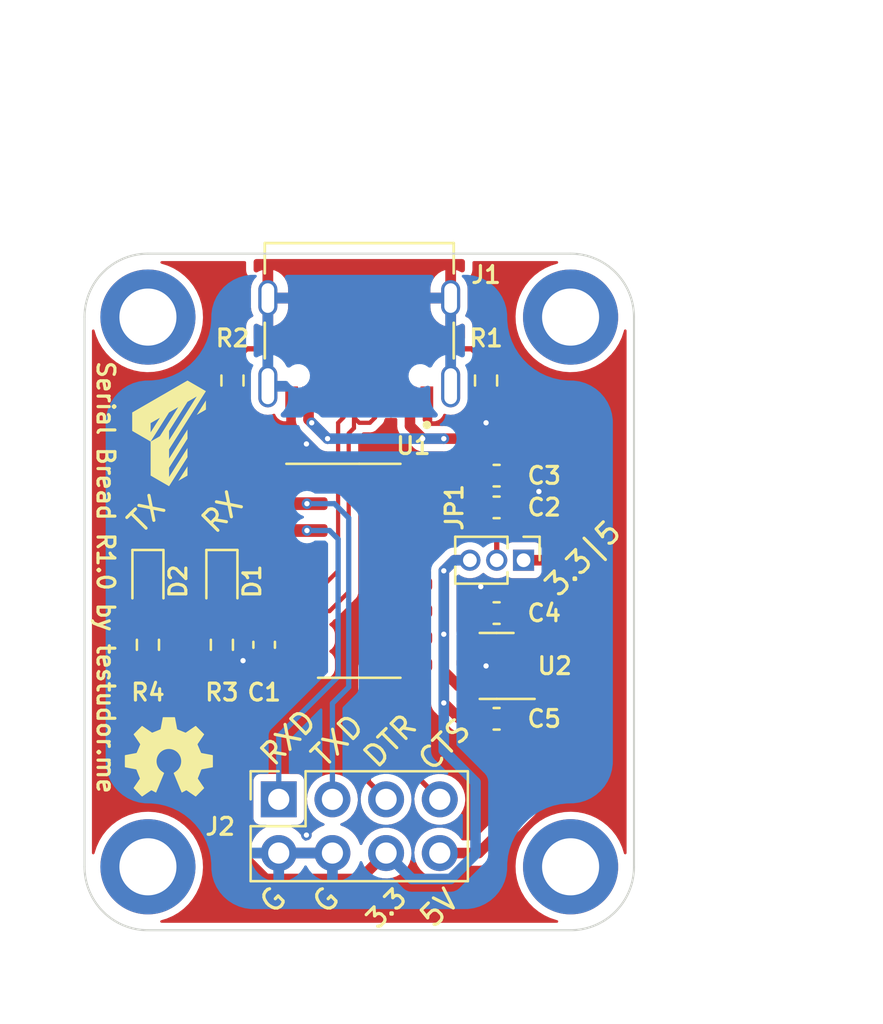
<source format=kicad_pcb>
(kicad_pcb (version 20211014) (generator pcbnew)
  (layers (0 "F.Cu" signal) (31 "B.Cu" signal) (34 "B.Paste" user) (35 "F.Paste" user) (36 "B.SilkS" user "B.Silkscreen") (37 "F.SilkS" user "F.Silkscreen") (38 "B.Mask" user) (39 "F.Mask" user) (44 "Edge.Cuts" user))
  (net 0 "")
  (net 1 "GND")
  (net 2 "+3.3V")
  (net 3 "+5V")
  (net 4 "/CTS")
  (net 5 "/DTR")
  (net 6 "/RXD")
  (net 7 "/TXD")
  (net 17 "/CC1")
  (net 18 "/CC2")
  (net 19 "/D+")
  (net 20 "/D-")
  (net 21 "VCC")
  (net 22 "Net-(C1-Pad2)")
  (net 23 "/SHLD")
  (net 25 "Net-(D1-Pad2)")
  (net 26 "Net-(D2-Pad2)")
  (footprint "MountingHole:MountingHole_2.7mm_M2.5_ISO14580_Pad_TopBottom" (layer "F.Cu") (at 150 79)
    (fp_text reference "H1" hide)
    (fp_text value "MountingHole")
    (pad "1" connect circle locked (at 0 0) (size 4.5 4.5) (layers "F.Cu" "F.Mask"))
    (pad "1" connect circle locked (at 0 0) (size 4.5 4.5) (layers "B.Cu" "B.Mask"))
    (pad "1" thru_hole circle locked (at 0 0) (size 3.1 3.1) (drill 2.7) (layers *.Cu *.Mask))
  )
  (footprint "Package_TO_SOT_SMD:SOT-23-5" (layer "F.Cu") (at 166.5 95.5 180)
    (fp_text reference "U2" (at -2.75 0) (layer "F.SilkS") (effects (font (size 0.8 0.8))))
    (fp_text value "AP2112K-3.3")
    (pad "1" smd roundrect locked (at -1.1375 -0.95 180) (size 1.325 0.6) (layers "F.Cu" "F.Paste" "F.Mask") (net 3 "+5V"))
    (pad "2" smd roundrect locked (at -1.1375 0 180) (size 1.325 0.6) (layers "F.Cu" "F.Paste" "F.Mask") (net 1 "GND"))
    (pad "3" smd roundrect locked (at -1.1375 0.95 180) (size 1.325 0.6) (layers "F.Cu" "F.Paste" "F.Mask") (net 3 "+5V"))
    (pad "4" smd roundrect locked (at 1.1375 0.95 180) (size 1.325 0.6) (layers "F.Cu" "F.Paste" "F.Mask"))
    (pad "5" smd roundrect locked (at 1.1375 -0.95 180) (size 1.325 0.6) (layers "F.Cu" "F.Paste" "F.Mask") (net 2 "+3.3V"))
  )
  (footprint "Connector_PinHeader_1.27mm:PinHeader_1x03_P1.27mm_Vertical" (layer "F.Cu") (at 167.775 90.5 -90)
    (fp_text reference "JP1" (at -2.5 3.275 90) (layer "F.SilkS") (effects (font (size 0.8 0.8))))
    (fp_text value "Jumper_3_Open")
    (pad "1" thru_hole rect locked (at 0 0 270) (size 1 1) (drill 0.65) (layers *.Cu *.Mask) (net 3 "+5V"))
    (pad "2" thru_hole oval locked (at 0 1.27 270) (size 1 1) (drill 0.65) (layers *.Cu *.Mask) (net 21 "VCC"))
    (pad "3" thru_hole oval locked (at 0 2.54 270) (size 1 1) (drill 0.65) (layers *.Cu *.Mask) (net 2 "+3.3V"))
  )
  (footprint "Custom_Symbols:Testudor-Logo_5mm_SilkScreen" (layer "F.Cu") (at 151 84.5)
    (fp_text reference "REF**" hide)
    (fp_text value "Testudor-Logo_5mm_SilkScreen" hide)
  )
  (footprint "Capacitor_SMD:C_0603_1608Metric" (layer "F.Cu") (at 155.5 94.5 90)
    (fp_text reference "C1" (at -2.25 0 180) (layer "F.SilkS") (effects (font (size 0.8 0.8))))
    (fp_text value "0.1u")
    (pad "1" smd roundrect locked (at -0.775 0 90) (size 0.9 0.95) (layers "F.Cu" "F.Paste" "F.Mask") (net 1 "GND"))
    (pad "2" smd roundrect locked (at 0.775 0 90) (size 0.9 0.95) (layers "F.Cu" "F.Paste" "F.Mask") (net 22 "Net-(C1-Pad2)"))
  )
  (footprint "Resistor_SMD:R_0603_1608Metric" (layer "F.Cu") (at 154 82 -90)
    (fp_text reference "R2" (at -2 0 180) (layer "F.SilkS") (effects (font (size 0.8 0.8))))
    (fp_text value "5.1k")
    (pad "1" smd roundrect locked (at -0.825 0 270) (size 0.8 0.95) (layers "F.Cu" "F.Paste" "F.Mask") (net 18 "/CC2"))
    (pad "2" smd roundrect locked (at 0.825 0 270) (size 0.8 0.95) (layers "F.Cu" "F.Paste" "F.Mask") (net 1 "GND"))
  )
  (footprint "Resistor_SMD:R_0603_1608Metric" (layer "F.Cu") (at 153.5 94.5 90)
    (fp_text reference "R3" (at -2.25 0 180) (layer "F.SilkS") (effects (font (size 0.8 0.8))))
    (fp_text value "1k")
    (pad "1" smd roundrect locked (at -0.825 0 90) (size 0.8 0.95) (layers "F.Cu" "F.Paste" "F.Mask") (net 2 "+3.3V"))
    (pad "2" smd roundrect locked (at 0.825 0 90) (size 0.8 0.95) (layers "F.Cu" "F.Paste" "F.Mask") (net 25 "Net-(D1-Pad2)"))
  )
  (footprint "Connector_PinSocket_2.54mm:PinSocket_2x04_P2.54mm_Vertical" (layer "F.Cu") (at 156.19 101.81 90)
    (fp_text reference "J2" (at -1.29 -2.77 180) (layer "F.SilkS") (effects (font (size 0.8 0.8))))
    (fp_text value "Conn_02x04_Top_Bottom")
    (pad "1" thru_hole rect locked (at 0 0 90) (size 1.7 1.7) (drill 1) (layers *.Cu *.Mask) (net 6 "/RXD"))
    (pad "2" thru_hole oval locked (at -2.54 0 90) (size 1.7 1.7) (drill 1) (layers *.Cu *.Mask) (net 1 "GND"))
    (pad "3" thru_hole oval locked (at 0 2.54 90) (size 1.7 1.7) (drill 1) (layers *.Cu *.Mask) (net 7 "/TXD"))
    (pad "4" thru_hole oval locked (at -2.54 2.54 90) (size 1.7 1.7) (drill 1) (layers *.Cu *.Mask) (net 1 "GND"))
    (pad "5" thru_hole oval locked (at 0 5.08 90) (size 1.7 1.7) (drill 1) (layers *.Cu *.Mask) (net 5 "/DTR"))
    (pad "6" thru_hole oval locked (at -2.54 5.08 90) (size 1.7 1.7) (drill 1) (layers *.Cu *.Mask) (net 2 "+3.3V"))
    (pad "7" thru_hole oval locked (at 0 7.62 90) (size 1.7 1.7) (drill 1) (layers *.Cu *.Mask) (net 4 "/CTS"))
    (pad "8" thru_hole oval locked (at -2.54 7.62 90) (size 1.7 1.7) (drill 1) (layers *.Cu *.Mask) (net 3 "+5V"))
  )
  (footprint "MountingHole:MountingHole_2.7mm_M2.5_ISO14580_Pad_TopBottom" (layer "F.Cu") (at 150 105)
    (fp_text reference "H3" hide)
    (fp_text value "MountingHole")
    (pad "1" thru_hole circle locked (at 0 0) (size 3.1 3.1) (drill 2.7) (layers *.Cu *.Mask))
    (pad "1" connect circle locked (at 0 0) (size 4.5 4.5) (layers "F.Cu" "F.Mask"))
    (pad "1" connect circle locked (at 0 0) (size 4.5 4.5) (layers "B.Cu" "B.Mask"))
  )
  (footprint "LED_SMD:LED_0603_1608Metric" (layer "F.Cu") (at 150 91.5 -90)
    (fp_text reference "D2" (at 0 -1.43 -90) (layer "F.SilkS") (effects (font (size 0.8 0.8))))
    (fp_text value "LED YELLOW")
    (pad "1" smd roundrect locked (at -0.7875 0 270) (size 0.875 0.95) (layers "F.Cu" "F.Paste" "F.Mask") (net 7 "/TXD"))
    (pad "2" smd roundrect locked (at 0.7875 0 270) (size 0.875 0.95) (layers "F.Cu" "F.Paste" "F.Mask") (net 26 "Net-(D2-Pad2)"))
  )
  (footprint "Capacitor_SMD:C_0603_1608Metric" (layer "F.Cu") (at 166.5 88 180)
    (fp_text reference "C2" (at -2.25 0) (layer "F.SilkS") (effects (font (size 0.8 0.8))))
    (fp_text value "0.1u")
    (pad "1" smd roundrect locked (at -0.775 0 180) (size 0.9 0.95) (layers "F.Cu" "F.Paste" "F.Mask") (net 1 "GND"))
    (pad "2" smd roundrect locked (at 0.775 0 180) (size 0.9 0.95) (layers "F.Cu" "F.Paste" "F.Mask") (net 21 "VCC"))
  )
  (footprint "MountingHole:MountingHole_2.7mm_M2.5_ISO14580_Pad_TopBottom" (layer "F.Cu") (at 170 79)
    (fp_text reference "H4" hide)
    (fp_text value "MountingHole")
    (pad "1" connect circle locked (at 0 0) (size 4.5 4.5) (layers "B.Cu" "B.Mask"))
    (pad "1" thru_hole circle locked (at 0 0) (size 3.1 3.1) (drill 2.7) (layers *.Cu *.Mask))
    (pad "1" connect circle locked (at 0 0) (size 4.5 4.5) (layers "F.Cu" "F.Mask"))
  )
  (footprint "Resistor_SMD:R_0603_1608Metric" (layer "F.Cu") (at 150 94.5 90)
    (fp_text reference "R4" (at -2.25 0 180) (layer "F.SilkS") (effects (font (size 0.8 0.8))))
    (fp_text value "1k")
    (pad "1" smd roundrect locked (at -0.825 0 90) (size 0.8 0.95) (layers "F.Cu" "F.Paste" "F.Mask") (net 2 "+3.3V"))
    (pad "2" smd roundrect locked (at 0.825 0 90) (size 0.8 0.95) (layers "F.Cu" "F.Paste" "F.Mask") (net 26 "Net-(D2-Pad2)"))
  )
  (footprint "Resistor_SMD:R_0603_1608Metric" (layer "F.Cu") (at 166 82 -90)
    (fp_text reference "R1" (at -2 0 180) (layer "F.SilkS") (effects (font (size 0.8 0.8))))
    (fp_text value "5.1k")
    (pad "1" smd roundrect locked (at -0.825 0 270) (size 0.8 0.95) (layers "F.Cu" "F.Paste" "F.Mask") (net 17 "/CC1"))
    (pad "2" smd roundrect locked (at 0.825 0 270) (size 0.8 0.95) (layers "F.Cu" "F.Paste" "F.Mask") (net 1 "GND"))
  )
  (footprint "Package_SO:SOIC-16_3.9x9.9mm_P1.27mm" (layer "F.Cu") (at 160 91)
    (fp_text reference "U1" (at 2.56 -5.91) (layer "F.SilkS") (effects (font (size 0.8 0.8))))
    (fp_text value "CH340C")
    (pad "1" smd roundrect locked (at -2.475 -4.445) (size 1.95 0.6) (layers "F.Cu" "F.Paste" "F.Mask") (net 1 "GND"))
    (pad "2" smd roundrect locked (at -2.475 -3.175) (size 1.95 0.6) (layers "F.Cu" "F.Paste" "F.Mask") (net 7 "/TXD"))
    (pad "3" smd roundrect locked (at -2.475 -1.905) (size 1.95 0.6) (layers "F.Cu" "F.Paste" "F.Mask") (net 6 "/RXD"))
    (pad "4" smd roundrect locked (at -2.475 -0.635) (size 1.95 0.6) (layers "F.Cu" "F.Paste" "F.Mask") (net 22 "Net-(C1-Pad2)"))
    (pad "5" smd roundrect locked (at -2.475 0.635) (size 1.95 0.6) (layers "F.Cu" "F.Paste" "F.Mask") (net 19 "/D+"))
    (pad "6" smd roundrect locked (at -2.475 1.905) (size 1.95 0.6) (layers "F.Cu" "F.Paste" "F.Mask") (net 20 "/D-"))
    (pad "7" smd roundrect locked (at -2.475 3.175) (size 1.95 0.6) (layers "F.Cu" "F.Paste" "F.Mask"))
    (pad "8" smd roundrect locked (at -2.475 4.445) (size 1.95 0.6) (layers "F.Cu" "F.Paste" "F.Mask"))
    (pad "9" smd roundrect locked (at 2.475 4.445) (size 1.95 0.6) (layers "F.Cu" "F.Paste" "F.Mask") (net 4 "/CTS"))
    (pad "10" smd roundrect locked (at 2.475 3.175) (size 1.95 0.6) (layers "F.Cu" "F.Paste" "F.Mask"))
    (pad "11" smd roundrect locked (at 2.475 1.905) (size 1.95 0.6) (layers "F.Cu" "F.Paste" "F.Mask"))
    (pad "12" smd roundrect locked (at 2.475 0.635) (size 1.95 0.6) (layers "F.Cu" "F.Paste" "F.Mask"))
    (pad "13" smd roundrect locked (at 2.475 -0.635) (size 1.95 0.6) (layers "F.Cu" "F.Paste" "F.Mask") (net 5 "/DTR"))
    (pad "14" smd roundrect locked (at 2.475 -1.905) (size 1.95 0.6) (layers "F.Cu" "F.Paste" "F.Mask"))
    (pad "15" smd roundrect locked (at 2.475 -3.175) (size 1.95 0.6) (layers "F.Cu" "F.Paste" "F.Mask"))
    (pad "16" smd roundrect locked (at 2.475 -4.445) (size 1.95 0.6) (layers "F.Cu" "F.Paste" "F.Mask") (net 21 "VCC"))
  )
  (footprint "Custom_Symbols:OSHW-Symbol_5mm_SilkScreen" (layer "F.Cu") (at 151 100)
    (fp_text reference "REF**" hide)
    (fp_text value "OSHW-Symbol_5mm_SilkScreen" hide)
  )
  (footprint "Capacitor_SMD:C_0603_1608Metric" (layer "F.Cu") (at 166.5 98 180)
    (fp_text reference "C5" (at -2.25 0) (layer "F.SilkS") (effects (font (size 0.8 0.8))))
    (fp_text value "1u")
    (pad "1" smd roundrect locked (at -0.775 0 180) (size 0.9 0.95) (layers "F.Cu" "F.Paste" "F.Mask") (net 1 "GND"))
    (pad "2" smd roundrect locked (at 0.775 0 180) (size 0.9 0.95) (layers "F.Cu" "F.Paste" "F.Mask") (net 2 "+3.3V"))
  )
  (footprint "LED_SMD:LED_0603_1608Metric" (layer "F.Cu") (at 153.5 91.5 -90)
    (fp_text reference "D1" (at 0 -1.43 -90) (layer "F.SilkS") (effects (font (size 0.8 0.8))))
    (fp_text value "LED GREEN")
    (pad "1" smd roundrect locked (at -0.7875 0 270) (size 0.875 0.95) (layers "F.Cu" "F.Paste" "F.Mask") (net 6 "/RXD"))
    (pad "2" smd roundrect locked (at 0.7875 0 270) (size 0.875 0.95) (layers "F.Cu" "F.Paste" "F.Mask") (net 25 "Net-(D1-Pad2)"))
  )
  (footprint "SnapEDA Library:HRO_TYPE-C-31-M-12" (layer "F.Cu") (at 160 78.1 180)
    (fp_text reference "J1" (at -6 1.1) (layer "F.SilkS") (effects (font (size 0.8 0.8))))
    (fp_text value "TYPE-C-31-M-12")
    (pad "" np_thru_hole circle locked (at -2.89 -3.68 180) (size 0.6 0.6) (drill 0.6) (layers *.Cu *.Mask))
    (pad "" np_thru_hole circle locked (at 2.89 -3.68 180) (size 0.6 0.6) (drill 0.6) (layers *.Cu *.Mask))
    (pad "A1/B12" smd rect locked (at -3.2 -4.75 180) (size 0.6 1.14) (layers "F.Cu" "F.Paste") (net 1 "GND"))
    (pad "A4/B9" smd rect locked (at -2.4 -4.75 180) (size 0.6 1.14) (layers "F.Cu" "F.Paste") (net 3 "+5V"))
    (pad "A5" smd rect locked (at -1.25 -4.75 180) (size 0.3 1.14) (layers "F.Cu" "F.Paste") (net 17 "/CC1"))
    (pad "A6" smd rect locked (at -0.25 -4.75 180) (size 0.3 1.14) (layers "F.Cu" "F.Paste") (net 19 "/D+"))
    (pad "A7" smd rect locked (at 0.25 -4.75 180) (size 0.3 1.14) (layers "F.Cu" "F.Paste") (net 20 "/D-"))
    (pad "A8" smd rect locked (at 1.25 -4.75 180) (size 0.3 1.14) (layers "F.Cu" "F.Paste"))
    (pad "B1/A12" smd rect locked (at 3.2 -4.75 180) (size 0.6 1.14) (layers "F.Cu" "F.Paste") (net 1 "GND"))
    (pad "B4/A9" smd rect locked (at 2.4 -4.75 180) (size 0.6 1.14) (layers "F.Cu" "F.Paste") (net 3 "+5V"))
    (pad "B5" smd rect locked (at 1.75 -4.75 180) (size 0.3 1.14) (layers "F.Cu" "F.Paste") (net 18 "/CC2"))
    (pad "B6" smd rect locked (at 0.75 -4.75 180) (size 0.3 1.14) (layers "F.Cu" "F.Paste") (net 19 "/D+"))
    (pad "B7" smd rect locked (at -0.75 -4.75 180) (size 0.3 1.14) (layers "F.Cu" "F.Paste") (net 20 "/D-"))
    (pad "B8" smd rect locked (at -1.75 -4.75 180) (size 0.3 1.14) (layers "F.Cu" "F.Paste"))
    (pad "S1" thru_hole oval locked (at -4.325 -4.17 180) (size 0.9 2) (drill oval 0.6 1.7) (layers *.Cu *.Mask) (net 23 "/SHLD"))
    (pad "S2" thru_hole oval locked (at 4.325 -4.17 180) (size 0.9 2) (drill oval 0.6 1.7) (layers *.Cu *.Mask) (net 23 "/SHLD"))
    (pad "S3" thru_hole oval locked (at -4.325 0 180) (size 0.9 1.7) (drill oval 0.6 1.4) (layers *.Cu *.Mask) (net 23 "/SHLD"))
    (pad "S4" thru_hole oval locked (at 4.325 0 180) (size 0.9 1.7) (drill oval 0.6 1.4) (layers *.Cu *.Mask) (net 23 "/SHLD"))
  )
  (footprint "Capacitor_SMD:C_0603_1608Metric" (layer "F.Cu") (at 166.5 93)
    (fp_text reference "C4" (at 2.25 0) (layer "F.SilkS") (effects (font (size 0.8 0.8))))
    (fp_text value "1u")
    (pad "1" smd roundrect locked (at -0.775 0) (size 0.9 0.95) (layers "F.Cu" "F.Paste" "F.Mask") (net 1 "GND"))
    (pad "2" smd roundrect locked (at 0.775 0) (size 0.9 0.95) (layers "F.Cu" "F.Paste" "F.Mask") (net 3 "+5V"))
  )
  (footprint "MountingHole:MountingHole_2.7mm_M2.5_ISO14580_Pad_TopBottom" (layer "F.Cu") (at 170 105)
    (fp_text reference "H2" hide)
    (fp_text value "MountingHole")
    (pad "1" thru_hole circle locked (at 0 0) (size 3.1 3.1) (drill 2.7) (layers *.Cu *.Mask))
    (pad "1" connect circle locked (at 0 0) (size 4.5 4.5) (layers "B.Cu" "B.Mask"))
    (pad "1" connect circle locked (at 0 0) (size 4.5 4.5) (layers "F.Cu" "F.Mask"))
  )
  (footprint "Capacitor_SMD:C_0603_1608Metric" (layer "F.Cu") (at 166.5 86.5 180)
    (fp_text reference "C3" (at -2.25 0 180) (layer "F.SilkS") (effects (font (size 0.8 0.8))))
    (fp_text value "10u")
    (pad "1" smd roundrect locked (at -0.775 0 180) (size 0.9 0.95) (layers "F.Cu" "F.Paste" "F.Mask") (net 1 "GND"))
    (pad "2" smd roundrect locked (at 0.775 0 180) (size 0.9 0.95) (layers "F.Cu" "F.Paste" "F.Mask") (net 21 "VCC"))
  )
  (gr_line locked (start 147 79) (end 147 105) (layer "Edge.Cuts") (width 0.1))
  (gr_arc locked (start 147 79) (mid 147.87868 76.87868) (end 150 76) (layer "Edge.Cuts") (width 0.1))
  (gr_arc locked (start 150 108) (mid 147.87868 107.12132) (end 147 105) (layer "Edge.Cuts") (width 0.1))
  (gr_line locked (start 173 105) (end 173 79) (layer "Edge.Cuts") (width 0.1))
  (gr_arc locked (start 170 76) (mid 172.12132 76.87868) (end 173 79) (layer "Edge.Cuts") (width 0.1))
  (gr_line locked (start 150 108) (end 170 108) (layer "Edge.Cuts") (width 0.1))
  (gr_arc locked (start 173 105) (mid 172.12132 107.12132) (end 170 108) (layer "Edge.Cuts") (width 0.1))
  (gr_line locked (start 170 76) (end 150 76) (layer "Edge.Cuts") (width 0.1))
  (gr_text "TX" (at 149.25 89 45) (layer "F.SilkS") (effects (font (size 1 1)) (justify left)))
  (gr_text "Serial Bread R1.0 by testudor.me" (at 148 81 270) (layer "F.SilkS") (effects (font (size 0.8 0.8)) (justify left)))
  (gr_text "G" (at 155.5 107 45) (layer "F.SilkS") (effects (font (size 1 1)) (justify left)))
  (gr_text "RXD" (at 155.525 100 45) (layer "F.SilkS") (effects (font (size 1 1)) (justify left)))
  (gr_text "3.3|5" (at 169 92 45) (layer "F.SilkS") (effects (font (size 1 1)) (justify left)))
  (gr_text "DTR" (at 162.5 98 45) (layer "F.SilkS") (effects (font (size 1 1)) (justify right)))
  (gr_text "3.3" (at 160.5 107.75 45) (layer "F.SilkS") (effects (font (size 0.85 0.85)) (justify left)))
  (gr_text "5V" (at 164.5 106.25 45) (layer "F.SilkS") (effects (font (size 1 1)) (justify right)))
  (gr_text "G" (at 158 107 45) (layer "F.SilkS") (effects (font (size 1 1)) (justify left)))
  (gr_text "RX" (at 152.75 89 45) (layer "F.SilkS") (effects (font (size 1 1)) (justify left)))
  (gr_text "TXD" (at 160 98 45) (layer "F.SilkS") (effects (font (size 1 1)) (justify right)))
  (gr_text "CTS" (at 163 100.25 45) (layer "F.SilkS") (effects (font (size 1 1)) (justify left)))
  (via locked (at 157.5 85) (size 0.5) (drill 0.25) (layers "F.Cu" "B.Cu") (net 1))
  (via locked (at 168.5 87.25) (size 0.5) (drill 0.25) (layers "F.Cu" "B.Cu") (net 1))
  (via locked (at 166 95.5) (size 0.5) (drill 0.25) (layers "F.Cu" "B.Cu") (net 1))
  (via locked (at 166 84) (size 0.5) (drill 0.25) (layers "F.Cu" "B.Cu") (net 1))
  (via locked (at 154.5 95.25) (size 0.5) (drill 0.25) (layers "F.Cu" "B.Cu") (net 1))
  (via locked (at 165.75 91.75) (size 0.5) (drill 0.25) (layers "F.Cu" "B.Cu") (net 1))
  (via locked (at 157.5 103.5) (size 0.5) (drill 0.25) (layers "F.Cu" "B.Cu") (net 1))
  (segment locked (start 153.5 95.325) (end 153.5 103.5) (width 0.5) (layer "F.Cu") (net 2))
  (segment locked (start 164 94) (end 164 95.75) (width 0.5) (layer "F.Cu") (net 2))
  (segment locked (start 160.043 105.577) (end 161.27 104.35) (width 0.5) (layer "F.Cu") (net 2))
  (segment locked (start 164 95.75) (end 164 97.25) (width 0.5) (layer "F.Cu") (net 2))
  (segment locked (start 153.5 95.325) (end 150 95.325) (width 0.5) (layer "F.Cu") (net 2))
  (segment locked (start 164 97.25) (end 164.75 98) (width 0.5) (layer "F.Cu") (net 2))
  (segment locked (start 153.5 103.5) (end 155.577 105.577) (width 0.5) (layer "F.Cu") (net 2))
  (segment locked (start 164 95.75) (end 164.7 96.45) (width 0.5) (layer "F.Cu") (net 2))
  (segment locked (start 165.235 90.5) (end 164.5 90.5) (width 0.5) (layer "F.Cu") (net 2))
  (segment locked (start 164.75 98) (end 165.725 98) (width 0.5) (layer "F.Cu") (net 2))
  (segment locked (start 164 91) (end 164 94) (width 0.5) (layer "F.Cu") (net 2))
  (segment locked (start 164.7 96.45) (end 165.3625 96.45) (width 0.5) (layer "F.Cu") (net 2))
  (segment locked (start 155.577 105.577) (end 160.043 105.577) (width 0.5) (layer "F.Cu") (net 2))
  (segment locked (start 164.5 90.5) (end 164 91) (width 0.5) (layer "F.Cu") (net 2))
  (via locked (at 164 97.25) (size 0.5) (drill 0.25) (layers "F.Cu" "B.Cu") (net 2))
  (via locked (at 164 94) (size 0.5) (drill 0.25) (layers "F.Cu" "B.Cu") (net 2))
  (via locked (at 164 91) (size 0.5) (drill 0.25) (layers "F.Cu" "B.Cu") (net 2))
  (segment locked (start 165.5 104.395241) (end 164.318241 105.577) (width 0.5) (layer "B.Cu") (net 2))
  (segment locked (start 164 99.5) (end 165.5 101) (width 0.5) (layer "B.Cu") (net 2))
  (segment locked (start 164 91) (end 164 99.5) (width 0.5) (layer "B.Cu") (net 2))
  (segment locked (start 162.497 105.577) (end 161.27 104.35) (width 0.5) (layer "B.Cu") (net 2))
  (segment locked (start 164.5 90.5) (end 164 91) (width 0.5) (layer "B.Cu") (net 2))
  (segment locked (start 165.235 90.5) (end 164.5 90.5) (width 0.5) (layer "B.Cu") (net 2))
  (segment locked (start 165.5 101) (end 165.5 104.395241) (width 0.5) (layer "B.Cu") (net 2))
  (segment locked (start 164.318241 105.577) (end 162.497 105.577) (width 0.5) (layer "B.Cu") (net 2))
  (segment locked (start 165.65 104.35) (end 163.81 104.35) (width 0.5) (layer "F.Cu") (net 3))
  (segment locked (start 169.5 94) (end 168.95 94.55) (width 0.5) (layer "F.Cu") (net 3))
  (segment locked (start 162.4 84.15) (end 163 84.75) (width 0.5) (layer "F.Cu") (net 3))
  (segment locked (start 169.5 92.5) (end 169 93) (width 0.5) (layer "F.Cu") (net 3))
  (segment locked (start 169.5 90) (end 169 90.5) (width 0.5) (layer "F.Cu") (net 3))
  (segment locked (start 169.5 90) (end 169.5 92.5) (width 0.5) (layer "F.Cu") (net 3))
  (segment locked (start 169.05 96.45) (end 167.6375 96.45) (width 0.5) (layer "F.Cu") (net 3))
  (segment locked (start 169 90.5) (end 167.775 90.5) (width 0.5) (layer "F.Cu") (net 3))
  (segment locked (start 168.95 94.55) (end 167.6375 94.55) (width 0.5) (layer "F.Cu") (net 3))
  (segment locked (start 157.6 83.85) (end 157.6 82.85) (width 0.5) (layer "F.Cu") (net 3))
  (segment locked (start 169 93) (end 167.275 93) (width 0.5) (layer "F.Cu") (net 3))
  (segment locked (start 162.4 82.85) (end 162.4 84.15) (width 0.5) (layer "F.Cu") (net 3))
  (segment locked (start 169.5 96) (end 169.05 96.45) (width 0.5) (layer "F.Cu") (net 3))
  (segment locked (start 169.5 96) (end 169.5 100.5) (width 0.5) (layer "F.Cu") (net 3))
  (segment locked (start 169.5 100.5) (end 165.65 104.35) (width 0.5) (layer "F.Cu") (net 3))
  (segment locked (start 169.5 86) (end 169.5 90) (width 0.5) (layer "F.Cu") (net 3))
  (segment locked (start 163 84.75) (end 168.25 84.75) (width 0.5) (layer "F.Cu") (net 3))
  (segment locked (start 168.25 84.75) (end 169.5 86) (width 0.5) (layer "F.Cu") (net 3))
  (segment locked (start 169.5 92.5) (end 169.5 94) (width 0.5) (layer "F.Cu") (net 3))
  (segment locked (start 169.5 94) (end 169.5 96) (width 0.5) (layer "F.Cu") (net 3))
  (segment locked (start 158.5 84.75) (end 157.6 83.85) (width 0.5) (layer "F.Cu") (net 3))
  (via locked (at 164 84.75) (size 0.5) (drill 0.25) (layers "F.Cu" "B.Cu") (net 3))
  (via locked (at 158.5 84.75) (size 0.5) (drill 0.25) (layers "F.Cu" "B.Cu") (net 3))
  (via locked (at 157.75 84) (size 0.5) (drill 0.25) (layers "F.Cu" "B.Cu") (net 3))
  (via locked (at 163 84.75) (size 0.5) (drill 0.25) (layers "F.Cu" "B.Cu") (net 3))
  (segment locked (start 158.5 84.75) (end 157.75 84) (width 0.5) (layer "B.Cu") (net 3))
  (segment locked (start 163 84.75) (end 158.5 84.75) (width 0.5) (layer "B.Cu") (net 3))
  (segment locked (start 163 84.75) (end 164 84.75) (width 0.5) (layer "B.Cu") (net 3))
  (segment locked (start 161 96) (end 161 99) (width 0.25) (layer "F.Cu") (net 4))
  (segment locked (start 161 99) (end 163.81 101.81) (width 0.25) (layer "F.Cu") (net 4))
  (segment locked (start 162.475 95.445) (end 161.555 95.445) (width 0.25) (layer "F.Cu") (net 4))
  (segment locked (start 161.555 95.445) (end 161 96) (width 0.25) (layer "F.Cu") (net 4))
  (segment locked (start 161.27 101.81) (end 160.43 100.97) (width 0.25) (layer "F.Cu") (net 5))
  (segment locked (start 161.635 90.365) (end 162.475 90.365) (width 0.25) (layer "F.Cu") (net 5))
  (segment locked (start 161 91) (end 161.635 90.365) (width 0.25) (layer "F.Cu") (net 5))
  (segment locked (start 160.43 100.97) (end 160.43 95.57) (width 0.25) (layer "F.Cu") (net 5))
  (segment locked (start 161 95) (end 161 91) (width 0.25) (layer "F.Cu") (net 5))
  (segment locked (start 160.43 95.57) (end 161 95) (width 0.25) (layer "F.Cu") (net 5))
  (segment locked (start 153.5 90) (end 153.5 90.7125) (width 0.25) (layer "F.Cu") (net 6))
  (segment locked (start 157.525 89.095) (end 154.405 89.095) (width 0.25) (layer "F.Cu") (net 6))
  (segment locked (start 154.405 89.095) (end 153.5 90) (width 0.25) (layer "F.Cu") (net 6))
  (via locked (at 157.525 89.095) (size 0.5) (drill 0.25) (layers "F.Cu" "B.Cu") (net 6))
  (segment locked (start 159 96) (end 156.19 98.81) (width 0.25) (layer "B.Cu") (net 6))
  (segment locked (start 156.19 98.81) (end 156.19 101.81) (width 0.25) (layer "B.Cu") (net 6))
  (segment locked (start 158.595 89.095) (end 159 89.5) (width 0.25) (layer "B.Cu") (net 6))
  (segment locked (start 159 89.5) (end 159 96) (width 0.25) (layer "B.Cu") (net 6))
  (segment locked (start 157.525 89.095) (end 158.595 89.095) (width 0.25) (layer "B.Cu") (net 6))
  (segment locked (start 153 89.5) (end 150.5 89.5) (width 0.25) (layer "F.Cu") (net 7))
  (segment locked (start 157.525 87.825) (end 154.675 87.825) (width 0.25) (layer "F.Cu") (net 7))
  (segment locked (start 150.5 89.5) (end 150 90) (width 0.25) (layer "F.Cu") (net 7))
  (segment locked (start 154.675 87.825) (end 153 89.5) (width 0.25) (layer "F.Cu") (net 7))
  (segment locked (start 150 90) (end 150 90.7125) (width 0.25) (layer "F.Cu") (net 7))
  (via locked (at 157.525 87.825) (size 0.5) (drill 0.25) (layers "F.Cu" "B.Cu") (net 7))
  (segment locked (start 157.525 87.825) (end 158.825 87.825) (width 0.25) (layer "B.Cu") (net 7))
  (segment locked (start 158.825 87.825) (end 159.5 88.5) (width 0.25) (layer "B.Cu") (net 7))
  (segment locked (start 159.5 88.5) (end 159.5 96.5) (width 0.25) (layer "B.Cu") (net 7))
  (segment locked (start 159.5 96.5) (end 158.73 97.27) (width 0.25) (layer "B.Cu") (net 7))
  (segment locked (start 158.73 97.27) (end 158.73 101.81) (width 0.25) (layer "B.Cu") (net 7))
  (segment locked (start 161.25 82.85) (end 161.25 81.75) (width 0.25) (layer "F.Cu") (net 17))
  (segment locked (start 161.25 81.75) (end 162.5 80.5) (width 0.25) (layer "F.Cu") (net 17))
  (segment locked (start 165.325 80.5) (end 166 81.175) (width 0.25) (layer "F.Cu") (net 17))
  (segment locked (start 162.5 80.5) (end 165.325 80.5) (width 0.25) (layer "F.Cu") (net 17))
  (segment locked (start 154.675 80.5) (end 154 81.175) (width 0.25) (layer "F.Cu") (net 18))
  (segment locked (start 158.25 82.85) (end 158.25 81.75) (width 0.25) (layer "F.Cu") (net 18))
  (segment locked (start 158.25 81.75) (end 157 80.5) (width 0.25) (layer "F.Cu") (net 18))
  (segment locked (start 157 80.5) (end 154.675 80.5) (width 0.25) (layer "F.Cu") (net 18))
  (segment locked (start 159.25 83.75) (end 159 84) (width 0.2) (layer "F.Cu") (net 19))
  (segment locked (start 158.365 91.635) (end 157.525 91.635) (width 0.2) (layer "F.Cu") (net 19))
  (segment locked (start 159 91) (end 158.365 91.635) (width 0.2) (layer "F.Cu") (net 19))
  (segment locked (start 160.25 82.25) (end 160 82) (width 0.2) (layer "F.Cu") (net 19))
  (segment locked (start 159.25 82.85) (end 159.25 83.75) (width 0.2) (layer "F.Cu") (net 19))
  (segment locked (start 159.25 82.25) (end 159.25 82.85) (width 0.2) (layer "F.Cu") (net 19))
  (segment locked (start 159.5 82) (end 159.25 82.25) (width 0.2) (layer "F.Cu") (net 19))
  (segment locked (start 160.25 82.85) (end 160.25 82.25) (width 0.2) (layer "F.Cu") (net 19))
  (segment locked (start 160 82) (end 159.5 82) (width 0.2) (layer "F.Cu") (net 19))
  (segment locked (start 159 84) (end 159 91) (width 0.2) (layer "F.Cu") (net 19))
  (segment locked (start 160.75 83.75) (end 160.5 84) (width 0.2) (layer "F.Cu") (net 20))
  (segment locked (start 159.5 92) (end 158.595 92.905) (width 0.2) (layer "F.Cu") (net 20))
  (segment locked (start 159.5 84.5) (end 159.5 92) (width 0.2) (layer "F.Cu") (net 20))
  (segment locked (start 160.75 82.85) (end 160.75 83.75) (width 0.2) (layer "F.Cu") (net 20))
  (segment locked (start 160 84) (end 159.75 83.75) (width 0.2) (layer "F.Cu") (net 20))
  (segment locked (start 158.595 92.905) (end 157.525 92.905) (width 0.2) (layer "F.Cu") (net 20))
  (segment locked (start 159.75 84.25) (end 159.5 84.5) (width 0.2) (layer "F.Cu") (net 20))
  (segment locked (start 160.5 84) (end 160 84) (width 0.2) (layer "F.Cu") (net 20))
  (segment locked (start 159.75 82.85) (end 159.75 84.25) (width 0.2) (layer "F.Cu") (net 20))
  (segment locked (start 159.75 83.75) (end 159.75 82.85) (width 0.2) (layer "F.Cu") (net 20))
  (segment locked (start 165.67 86.555) (end 165.725 86.5) (width 0.25) (layer "F.Cu") (net 21))
  (segment locked (start 165.725 88) (end 165.725 86.5) (width 0.25) (layer "F.Cu") (net 21))
  (segment locked (start 166.505 88.78) (end 165.725 88) (width 0.25) (layer "F.Cu") (net 21))
  (segment locked (start 162.475 86.555) (end 165.67 86.555) (width 0.25) (layer "F.Cu") (net 21))
  (segment locked (start 166.505 90.5) (end 166.505 88.78) (width 0.25) (layer "F.Cu") (net 21))
  (segment locked (start 155.5 91) (end 156.135 90.365) (width 0.25) (layer "F.Cu") (net 22))
  (segment locked (start 155.5 93.725) (end 155.5 91) (width 0.25) (layer "F.Cu") (net 22))
  (segment locked (start 156.135 90.365) (end 157.525 90.365) (width 0.25) (layer "F.Cu") (net 22))
  (segment locked (start 153.5 91.9375) (end 153.5 93.675) (width 0.25) (layer "F.Cu") (net 25))
  (segment locked (start 150 91.9375) (end 150 93.675) (width 0.25) (layer "F.Cu") (net 26))
  (zone locked (net 1) (net_name "GND") (layers F&B.Cu) (connect_pads (clearance 0.35)) (min_thickness 0.127) (fill yes (thermal_gap 0.508) (thermal_bridge_width 0.508))
    (polygon (pts (xy 173 108) (xy 147 108) (xy 147 76) (xy 173 76)))
  )
  (zone locked (net 23) (net_name "/SHLD") (layers F&B.Cu) (priority 1) (connect_pads (clearance 0.254)) (min_thickness 0.254) (fill yes (thermal_gap 0.508) (thermal_bridge_width 0.508))
    (polygon (pts (xy 165 83.75) (xy 155 83.75) (xy 155 75.25) (xy 165 75.25)))
  )
  (zone locked (net 0) (net_name "") (layers "B.Cu" "Edge.Cuts") (connect_pads (clearance 0)) (min_thickness 0.254)
    (keepout (tracks not_allowed) (vias not_allowed) (pads not_allowed) (copperpour not_allowed) (footprints allowed))
    (fill (thermal_gap 0.508) (thermal_bridge_width 0.508))
    (polygon (pts (xy 153 79) (xy 153.002548 78.857139) (xy 153.04321 78.574326) (xy 153.123707 78.300179) (xy 153.2424 78.040278) (xy 153.396873 77.799914) (xy 153.58398 77.58398) (xy 153.799914 77.396873) (xy 154.040278 77.2424) (xy 154.300179 77.123707) (xy 154.574326 77.04321) (xy 154.857139 77.002548) (xy 155 77) (xy 165 77) (xy 165.142861 77.002548) (xy 165.425674 77.04321) (xy 165.699821 77.123707) (xy 165.959722 77.2424) (xy 166.200086 77.396873) (xy 166.41602 77.58398) (xy 166.603127 77.799914) (xy 166.7576 78.040278) (xy 166.876293 78.300179) (xy 166.95679 78.574326) (xy 166.997452 78.857139) (xy 167 79) (xy 167.00236 79.168344) (xy 167.040057 79.502915) (xy 167.114977 79.831161) (xy 167.226178 80.148955) (xy 167.372261 80.4523) (xy 167.55139 80.737382) (xy 167.761311 81.000615) (xy 167.999385 81.238689) (xy 168.262618 81.44861) (xy 168.5477 81.627739) (xy 168.851045 81.773822) (xy 169.168839 81.885023) (xy 169.497085 81.959943) (xy 169.831656 81.99764) (xy 170 82) (xy 170.142861 82.002548) (xy 170.425674 82.04321) (xy 170.699821 82.123707) (xy 170.959722 82.2424) (xy 171.200086 82.396873) (xy 171.41602 82.58398) (xy 171.603127 82.799914) (xy 171.7576 83.040278) (xy 171.876293 83.300179) (xy 171.95679 83.574326) (xy 171.997452 83.857139) (xy 172 84) (xy 172 92) (xy 177 92) (xy 177 72) (xy 171.767766 77.232203) (xy 172.033676 77.541564) (xy 172.201051 77.809097) (xy 172.333425 78.095566) (xy 172.428696 78.396417) (xy 172.485346 78.706866) (xy 172.502477 79.021976) (xy 172.479815 79.336737) (xy 172.417721 79.646143) (xy 172.317182 79.945275) (xy 172.179796 80.229375) (xy 172.007749 80.493927) (xy 171.803776 80.734723) (xy 171.571121 80.947935) (xy 171.313483 81.130173) (xy 171.034959 81.278538) (xy 170.739978 81.390671) (xy 170.43323 81.464789) (xy 170.119593 81.499714) (xy 169.804055 81.494891) (xy 169.491632 81.450395) (xy 169.187293 81.366935) (xy 168.895877 81.245838) (xy 168.622018 81.089029) (xy 168.370071 80.899001) (xy 168.144042 80.678777) (xy 167.947525 80.431858) (xy 167.783644 80.162171) (xy 167.655007 79.874004) (xy 167.563659 79.571939) (xy 167.511051 79.26078) (xy 167.498021 78.945474) (xy 167.524775 78.631034) (xy 167.590889 78.322462) (xy 167.695311 78.024664) (xy 167.83638 77.742375) (xy 168.011853 77.480083) (xy 168.218941 77.24196) (xy 168.45435 77.031793) (xy 168.714337 76.852922) (xy 168.994767 76.708193) (xy 169.291182 76.599906) (xy 169.598868 76.529784) (xy 169.912933 76.498942) (xy 170.228382 76.507869) (xy 170.540199 76.556425) (xy 170.843427 76.643837) (xy 171.133243 76.768715) (xy 171.405039 76.929073) (xy 171.654493 77.122361) (xy 171.767767 77.232233) (xy 177 72) (xy 143 72) (xy 148.232233 77.232233) (xy 148.345507 77.122361) (xy 148.594961 76.929073) (xy 148.866757 76.768715) (xy 149.156573 76.643837) (xy 149.459801 76.556425) (xy 149.771618 76.507869) (xy 150.087067 76.498942) (xy 150.401132 76.529784) (xy 150.708818 76.599906) (xy 151.005233 76.708193) (xy 151.285663 76.852922) (xy 151.54565 77.031793) (xy 151.781059 77.24196) (xy 151.988147 77.480083) (xy 152.16362 77.742375) (xy 152.304689 78.024664) (xy 152.409111 78.322462) (xy 152.475225 78.631034) (xy 152.501979 78.945474) (xy 152.488949 79.26078) (xy 152.436341 79.571939) (xy 152.344993 79.874004) (xy 152.216356 80.162171) (xy 152.052475 80.431858) (xy 151.855958 80.678777) (xy 151.629929 80.899001) (xy 151.377982 81.089029) (xy 151.104123 81.245838) (xy 150.812707 81.366935) (xy 150.508368 81.450395) (xy 150.195945 81.494891) (xy 149.880407 81.499714) (xy 149.56677 81.464789) (xy 149.260022 81.390671) (xy 148.965041 81.278538) (xy 148.686517 81.130173) (xy 148.428879 80.947935) (xy 148.196224 80.734723) (xy 147.992251 80.493927) (xy 147.820204 80.229375) (xy 147.682818 79.945275) (xy 147.582279 79.646143) (xy 147.520185 79.336737) (xy 147.497523 79.021976) (xy 147.514654 78.706866) (xy 147.571304 78.396417) (xy 147.666575 78.095566) (xy 147.798949 77.809097) (xy 147.966324 77.541564) (xy 148.232431 77.231981) (xy 143 72) (xy 143 112) (xy 148.232769 106.767568) (xy 147.966324 106.458436) (xy 147.798949 106.190903) (xy 147.666575 105.904434) (xy 147.571304 105.603583) (xy 147.514654 105.293134) (xy 147.497523 104.978024) (xy 147.520185 104.663263) (xy 147.582279 104.353857) (xy 147.682818 104.054725) (xy 147.820204 103.770625) (xy 147.992251 103.506073) (xy 148.196224 103.265277) (xy 148.428879 103.052065) (xy 148.686517 102.869827) (xy 148.965041 102.721462) (xy 149.260022 102.609329) (xy 149.56677 102.535211) (xy 149.880407 102.500286) (xy 150.195945 102.505109) (xy 150.508368 102.549605) (xy 150.812707 102.633065) (xy 151.104123 102.754162) (xy 151.377982 102.910971) (xy 151.629929 103.100999) (xy 151.855958 103.321223) (xy 152.052475 103.568142) (xy 152.216356 103.837829) (xy 152.344993 104.125996) (xy 152.436341 104.428061) (xy 152.488949 104.73922) (xy 152.501979 105.054526) (xy 152.475225 105.368966) (xy 152.409111 105.677538) (xy 152.304689 105.975336) (xy 152.16362 106.257625) (xy 151.988147 106.519917) (xy 151.781059 106.75804) (xy 151.54565 106.968207) (xy 151.285663 107.147078) (xy 151.005233 107.291807) (xy 150.708818 107.400094) (xy 150.401132 107.470216) (xy 150.087067 107.501058) (xy 149.771618 107.492131) (xy 149.459801 107.443575) (xy 149.156573 107.356163) (xy 148.866757 107.231285) (xy 148.594961 107.070927) (xy 148.345507 106.877639) (xy 148.232233 106.767767) (xy 143 112) (xy 177 112) (xy 171.767767 106.767767) (xy 171.654493 106.877639) (xy 171.405039 107.070927) (xy 171.133243 107.231285) (xy 170.843427 107.356163) (xy 170.540199 107.443575) (xy 170.228382 107.492131) (xy 169.912933 107.501058) (xy 169.598868 107.470216) (xy 169.291182 107.400094) (xy 168.994767 107.291807) (xy 168.714337 107.147078) (xy 168.45435 106.968207) (xy 168.218941 106.75804) (xy 168.011853 106.519917) (xy 167.83638 106.257625) (xy 167.695311 105.975336) (xy 167.590889 105.677538) (xy 167.524775 105.368966) (xy 167.498021 105.054526) (xy 167.511051 104.73922) (xy 167.563659 104.428061) (xy 167.655007 104.125996) (xy 167.783644 103.837829) (xy 167.947525 103.568142) (xy 168.144042 103.321223) (xy 168.370071 103.100999) (xy 168.622018 102.910971) (xy 168.895877 102.754162) (xy 169.187293 102.633065) (xy 169.491632 102.549605) (xy 169.804055 102.505109) (xy 170.119593 102.500286) (xy 170.43323 102.535211) (xy 170.739978 102.609329) (xy 171.034959 102.721462) (xy 171.313483 102.869827) (xy 171.571121 103.052065) (xy 171.803776 103.265277) (xy 172.007749 103.506073) (xy 172.179796 103.770625) (xy 172.317182 104.054725) (xy 172.417721 104.353857) (xy 172.479815 104.663263) (xy 172.502477 104.978024) (xy 172.485346 105.293134) (xy 172.428696 105.603583) (xy 172.333425 105.904434) (xy 172.201051 106.190903) (xy 172.033676 106.458436) (xy 171.768908 106.768244) (xy 177 112) (xy 177 92) (xy 172 92) (xy 172 100) (xy 171.997452 100.142861) (xy 171.95679 100.425674) (xy 171.876293 100.699821) (xy 171.7576 100.959722) (xy 171.603127 101.200086) (xy 171.41602 101.41602) (xy 171.200086 101.603127) (xy 170.959722 101.7576) (xy 170.699821 101.876293) (xy 170.425674 101.95679) (xy 170.142861 101.997452) (xy 170 102) (xy 169.831656 102.00236) (xy 169.497085 102.040057) (xy 169.168839 102.114977) (xy 168.851045 102.226178) (xy 168.5477 102.372261) (xy 168.262618 102.55139) (xy 167.999385 102.761311) (xy 167.761311 102.999385) (xy 167.55139 103.262618) (xy 167.372261 103.5477) (xy 167.226178 103.851045) (xy 167.114977 104.168839) (xy 167.040057 104.497085) (xy 167.00236 104.831656) (xy 167 105) (xy 166.997452 105.142861) (xy 166.95679 105.425674) (xy 166.876293 105.699821) (xy 166.7576 105.959722) (xy 166.603127 106.200086) (xy 166.41602 106.41602) (xy 166.200086 106.603127) (xy 165.959722 106.7576) (xy 165.699821 106.876293) (xy 165.425674 106.95679) (xy 165.142861 106.997452) (xy 165 107) (xy 155 107) (xy 154.857139 106.997452) (xy 154.574326 106.95679) (xy 154.300179 106.876293) (xy 154.040278 106.7576) (xy 153.799914 106.603127) (xy 153.58398 106.41602) (xy 153.396873 106.200086) (xy 153.2424 105.959722) (xy 153.123707 105.699821) (xy 153.04321 105.425674) (xy 153.002548 105.142861) (xy 153 105) (xy 152.99764 104.831656) (xy 152.959943 104.497085) (xy 152.885023 104.168839) (xy 152.773822 103.851045) (xy 152.627739 103.5477) (xy 152.44861 103.262618) (xy 152.238689 102.999385) (xy 152.000615 102.761311) (xy 151.737382 102.55139) (xy 151.4523 102.372261) (xy 151.148955 102.226178) (xy 150.831161 102.114977) (xy 150.502915 102.040057) (xy 150.168344 102.00236) (xy 150 102) (xy 149.857139 101.997452) (xy 149.574326 101.95679) (xy 149.300179 101.876293) (xy 149.040278 101.7576) (xy 148.799914 101.603127) (xy 148.58398 101.41602) (xy 148.396873 101.200086) (xy 148.2424 100.959722) (xy 148.123707 100.699821) (xy 148.04321 100.425674) (xy 148.002548 100.142861) (xy 148 100) (xy 148 84) (xy 148.002548 83.857139) (xy 148.04321 83.574326) (xy 148.123707 83.300179) (xy 148.2424 83.040278) (xy 148.396873 82.799914) (xy 148.58398 82.58398) (xy 148.799914 82.396873) (xy 149.040278 82.2424) (xy 149.300179 82.123707) (xy 149.574326 82.04321) (xy 149.857139 82.002548) (xy 150 82) (xy 150.168344 81.99764) (xy 150.502915 81.959943) (xy 150.831161 81.885023) (xy 151.148955 81.773822) (xy 151.4523 81.627739) (xy 151.737382 81.44861) (xy 152.000615 81.238689) (xy 152.238689 81.000615) (xy 152.44861 80.737382) (xy 152.627739 80.4523) (xy 152.773822 80.148955) (xy 152.885023 79.831161) (xy 152.959943 79.502915) (xy 152.99764 79.168344)))
  )
)
</source>
